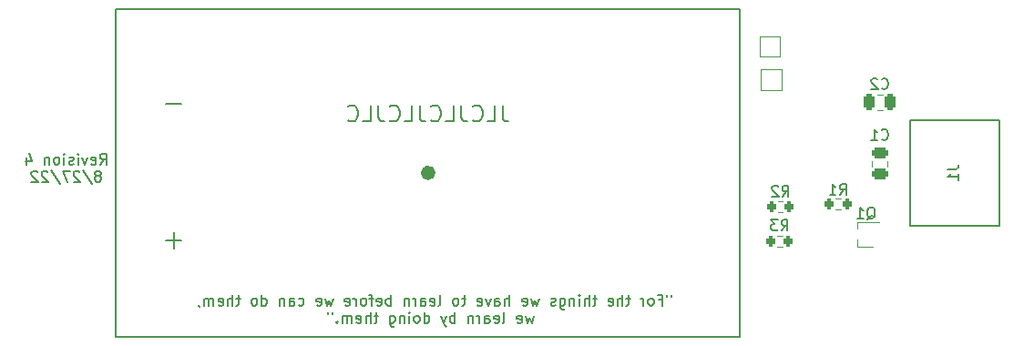
<source format=gbo>
%TF.GenerationSoftware,KiCad,Pcbnew,(6.0.2)*%
%TF.CreationDate,2022-08-27T15:51:37-07:00*%
%TF.ProjectId,TxBoard,5478426f-6172-4642-9e6b-696361645f70,5*%
%TF.SameCoordinates,Original*%
%TF.FileFunction,Legend,Bot*%
%TF.FilePolarity,Positive*%
%FSLAX46Y46*%
G04 Gerber Fmt 4.6, Leading zero omitted, Abs format (unit mm)*
G04 Created by KiCad (PCBNEW (6.0.2)) date 2022-08-27 15:51:37*
%MOMM*%
%LPD*%
G01*
G04 APERTURE LIST*
G04 Aperture macros list*
%AMRoundRect*
0 Rectangle with rounded corners*
0 $1 Rounding radius*
0 $2 $3 $4 $5 $6 $7 $8 $9 X,Y pos of 4 corners*
0 Add a 4 corners polygon primitive as box body*
4,1,4,$2,$3,$4,$5,$6,$7,$8,$9,$2,$3,0*
0 Add four circle primitives for the rounded corners*
1,1,$1+$1,$2,$3*
1,1,$1+$1,$4,$5*
1,1,$1+$1,$6,$7*
1,1,$1+$1,$8,$9*
0 Add four rect primitives between the rounded corners*
20,1,$1+$1,$2,$3,$4,$5,0*
20,1,$1+$1,$4,$5,$6,$7,0*
20,1,$1+$1,$6,$7,$8,$9,0*
20,1,$1+$1,$8,$9,$2,$3,0*%
G04 Aperture macros list end*
%ADD10C,0.160000*%
%ADD11C,0.150000*%
%ADD12C,0.120000*%
%ADD13C,0.177800*%
%ADD14C,0.695000*%
%ADD15RoundRect,0.200000X0.200000X0.275000X-0.200000X0.275000X-0.200000X-0.275000X0.200000X-0.275000X0*%
%ADD16RoundRect,0.200000X-0.200000X-0.275000X0.200000X-0.275000X0.200000X0.275000X-0.200000X0.275000X0*%
%ADD17R,0.700000X0.450000*%
%ADD18RoundRect,0.250000X0.250000X0.475000X-0.250000X0.475000X-0.250000X-0.475000X0.250000X-0.475000X0*%
%ADD19RoundRect,0.250000X0.475000X-0.250000X0.475000X0.250000X-0.475000X0.250000X-0.475000X-0.250000X0*%
%ADD20C,7.000000*%
%ADD21O,2.717800X1.501800*%
%ADD22O,1.501800X2.717800*%
%ADD23R,1.500000X1.500000*%
%ADD24C,1.755000*%
G04 APERTURE END LIST*
D10*
X148648571Y-90878571D02*
X148648571Y-91950000D01*
X148720000Y-92164285D01*
X148862857Y-92307142D01*
X149077142Y-92378571D01*
X149220000Y-92378571D01*
X147220000Y-92378571D02*
X147934285Y-92378571D01*
X147934285Y-90878571D01*
X145862857Y-92235714D02*
X145934285Y-92307142D01*
X146148571Y-92378571D01*
X146291428Y-92378571D01*
X146505714Y-92307142D01*
X146648571Y-92164285D01*
X146720000Y-92021428D01*
X146791428Y-91735714D01*
X146791428Y-91521428D01*
X146720000Y-91235714D01*
X146648571Y-91092857D01*
X146505714Y-90950000D01*
X146291428Y-90878571D01*
X146148571Y-90878571D01*
X145934285Y-90950000D01*
X145862857Y-91021428D01*
X144791428Y-90878571D02*
X144791428Y-91950000D01*
X144862857Y-92164285D01*
X145005714Y-92307142D01*
X145220000Y-92378571D01*
X145362857Y-92378571D01*
X143362857Y-92378571D02*
X144077142Y-92378571D01*
X144077142Y-90878571D01*
X142005714Y-92235714D02*
X142077142Y-92307142D01*
X142291428Y-92378571D01*
X142434285Y-92378571D01*
X142648571Y-92307142D01*
X142791428Y-92164285D01*
X142862857Y-92021428D01*
X142934285Y-91735714D01*
X142934285Y-91521428D01*
X142862857Y-91235714D01*
X142791428Y-91092857D01*
X142648571Y-90950000D01*
X142434285Y-90878571D01*
X142291428Y-90878571D01*
X142077142Y-90950000D01*
X142005714Y-91021428D01*
X140934285Y-90878571D02*
X140934285Y-91950000D01*
X141005714Y-92164285D01*
X141148571Y-92307142D01*
X141362857Y-92378571D01*
X141505714Y-92378571D01*
X139505714Y-92378571D02*
X140220000Y-92378571D01*
X140220000Y-90878571D01*
X138148571Y-92235714D02*
X138220000Y-92307142D01*
X138434285Y-92378571D01*
X138577142Y-92378571D01*
X138791428Y-92307142D01*
X138934285Y-92164285D01*
X139005714Y-92021428D01*
X139077142Y-91735714D01*
X139077142Y-91521428D01*
X139005714Y-91235714D01*
X138934285Y-91092857D01*
X138791428Y-90950000D01*
X138577142Y-90878571D01*
X138434285Y-90878571D01*
X138220000Y-90950000D01*
X138148571Y-91021428D01*
X137077142Y-90878571D02*
X137077142Y-91950000D01*
X137148571Y-92164285D01*
X137291428Y-92307142D01*
X137505714Y-92378571D01*
X137648571Y-92378571D01*
X135648571Y-92378571D02*
X136362857Y-92378571D01*
X136362857Y-90878571D01*
X134291428Y-92235714D02*
X134362857Y-92307142D01*
X134577142Y-92378571D01*
X134720000Y-92378571D01*
X134934285Y-92307142D01*
X135077142Y-92164285D01*
X135148571Y-92021428D01*
X135220000Y-91735714D01*
X135220000Y-91521428D01*
X135148571Y-91235714D01*
X135077142Y-91092857D01*
X134934285Y-90950000D01*
X134720000Y-90878571D01*
X134577142Y-90878571D01*
X134362857Y-90950000D01*
X134291428Y-91021428D01*
X111242857Y-96372380D02*
X111576190Y-95896190D01*
X111814285Y-96372380D02*
X111814285Y-95372380D01*
X111433333Y-95372380D01*
X111338095Y-95420000D01*
X111290476Y-95467619D01*
X111242857Y-95562857D01*
X111242857Y-95705714D01*
X111290476Y-95800952D01*
X111338095Y-95848571D01*
X111433333Y-95896190D01*
X111814285Y-95896190D01*
X110433333Y-96324761D02*
X110528571Y-96372380D01*
X110719047Y-96372380D01*
X110814285Y-96324761D01*
X110861904Y-96229523D01*
X110861904Y-95848571D01*
X110814285Y-95753333D01*
X110719047Y-95705714D01*
X110528571Y-95705714D01*
X110433333Y-95753333D01*
X110385714Y-95848571D01*
X110385714Y-95943809D01*
X110861904Y-96039047D01*
X110052380Y-95705714D02*
X109814285Y-96372380D01*
X109576190Y-95705714D01*
X109195238Y-96372380D02*
X109195238Y-95705714D01*
X109195238Y-95372380D02*
X109242857Y-95420000D01*
X109195238Y-95467619D01*
X109147619Y-95420000D01*
X109195238Y-95372380D01*
X109195238Y-95467619D01*
X108766666Y-96324761D02*
X108671428Y-96372380D01*
X108480952Y-96372380D01*
X108385714Y-96324761D01*
X108338095Y-96229523D01*
X108338095Y-96181904D01*
X108385714Y-96086666D01*
X108480952Y-96039047D01*
X108623809Y-96039047D01*
X108719047Y-95991428D01*
X108766666Y-95896190D01*
X108766666Y-95848571D01*
X108719047Y-95753333D01*
X108623809Y-95705714D01*
X108480952Y-95705714D01*
X108385714Y-95753333D01*
X107909523Y-96372380D02*
X107909523Y-95705714D01*
X107909523Y-95372380D02*
X107957142Y-95420000D01*
X107909523Y-95467619D01*
X107861904Y-95420000D01*
X107909523Y-95372380D01*
X107909523Y-95467619D01*
X107290476Y-96372380D02*
X107385714Y-96324761D01*
X107433333Y-96277142D01*
X107480952Y-96181904D01*
X107480952Y-95896190D01*
X107433333Y-95800952D01*
X107385714Y-95753333D01*
X107290476Y-95705714D01*
X107147619Y-95705714D01*
X107052380Y-95753333D01*
X107004761Y-95800952D01*
X106957142Y-95896190D01*
X106957142Y-96181904D01*
X107004761Y-96277142D01*
X107052380Y-96324761D01*
X107147619Y-96372380D01*
X107290476Y-96372380D01*
X106528571Y-95705714D02*
X106528571Y-96372380D01*
X106528571Y-95800952D02*
X106480952Y-95753333D01*
X106385714Y-95705714D01*
X106242857Y-95705714D01*
X106147619Y-95753333D01*
X106100000Y-95848571D01*
X106100000Y-96372380D01*
X104433333Y-95705714D02*
X104433333Y-96372380D01*
X104671428Y-95324761D02*
X104909523Y-96039047D01*
X104290476Y-96039047D01*
X111147619Y-97410952D02*
X111242857Y-97363333D01*
X111290476Y-97315714D01*
X111338095Y-97220476D01*
X111338095Y-97172857D01*
X111290476Y-97077619D01*
X111242857Y-97030000D01*
X111147619Y-96982380D01*
X110957142Y-96982380D01*
X110861904Y-97030000D01*
X110814285Y-97077619D01*
X110766666Y-97172857D01*
X110766666Y-97220476D01*
X110814285Y-97315714D01*
X110861904Y-97363333D01*
X110957142Y-97410952D01*
X111147619Y-97410952D01*
X111242857Y-97458571D01*
X111290476Y-97506190D01*
X111338095Y-97601428D01*
X111338095Y-97791904D01*
X111290476Y-97887142D01*
X111242857Y-97934761D01*
X111147619Y-97982380D01*
X110957142Y-97982380D01*
X110861904Y-97934761D01*
X110814285Y-97887142D01*
X110766666Y-97791904D01*
X110766666Y-97601428D01*
X110814285Y-97506190D01*
X110861904Y-97458571D01*
X110957142Y-97410952D01*
X109623809Y-96934761D02*
X110480952Y-98220476D01*
X109338095Y-97077619D02*
X109290476Y-97030000D01*
X109195238Y-96982380D01*
X108957142Y-96982380D01*
X108861904Y-97030000D01*
X108814285Y-97077619D01*
X108766666Y-97172857D01*
X108766666Y-97268095D01*
X108814285Y-97410952D01*
X109385714Y-97982380D01*
X108766666Y-97982380D01*
X108433333Y-96982380D02*
X107766666Y-96982380D01*
X108195238Y-97982380D01*
X106671428Y-96934761D02*
X107528571Y-98220476D01*
X106385714Y-97077619D02*
X106338095Y-97030000D01*
X106242857Y-96982380D01*
X106004761Y-96982380D01*
X105909523Y-97030000D01*
X105861904Y-97077619D01*
X105814285Y-97172857D01*
X105814285Y-97268095D01*
X105861904Y-97410952D01*
X106433333Y-97982380D01*
X105814285Y-97982380D01*
X105433333Y-97077619D02*
X105385714Y-97030000D01*
X105290476Y-96982380D01*
X105052380Y-96982380D01*
X104957142Y-97030000D01*
X104909523Y-97077619D01*
X104861904Y-97172857D01*
X104861904Y-97268095D01*
X104909523Y-97410952D01*
X105480952Y-97982380D01*
X104861904Y-97982380D01*
X164319380Y-108502380D02*
X164319380Y-108692857D01*
X163938428Y-108502380D02*
X163938428Y-108692857D01*
X163176523Y-108978571D02*
X163509857Y-108978571D01*
X163509857Y-109502380D02*
X163509857Y-108502380D01*
X163033666Y-108502380D01*
X162509857Y-109502380D02*
X162605095Y-109454761D01*
X162652714Y-109407142D01*
X162700333Y-109311904D01*
X162700333Y-109026190D01*
X162652714Y-108930952D01*
X162605095Y-108883333D01*
X162509857Y-108835714D01*
X162367000Y-108835714D01*
X162271761Y-108883333D01*
X162224142Y-108930952D01*
X162176523Y-109026190D01*
X162176523Y-109311904D01*
X162224142Y-109407142D01*
X162271761Y-109454761D01*
X162367000Y-109502380D01*
X162509857Y-109502380D01*
X161747952Y-109502380D02*
X161747952Y-108835714D01*
X161747952Y-109026190D02*
X161700333Y-108930952D01*
X161652714Y-108883333D01*
X161557476Y-108835714D01*
X161462238Y-108835714D01*
X160509857Y-108835714D02*
X160128904Y-108835714D01*
X160367000Y-108502380D02*
X160367000Y-109359523D01*
X160319380Y-109454761D01*
X160224142Y-109502380D01*
X160128904Y-109502380D01*
X159795571Y-109502380D02*
X159795571Y-108502380D01*
X159367000Y-109502380D02*
X159367000Y-108978571D01*
X159414619Y-108883333D01*
X159509857Y-108835714D01*
X159652714Y-108835714D01*
X159747952Y-108883333D01*
X159795571Y-108930952D01*
X158509857Y-109454761D02*
X158605095Y-109502380D01*
X158795571Y-109502380D01*
X158890809Y-109454761D01*
X158938428Y-109359523D01*
X158938428Y-108978571D01*
X158890809Y-108883333D01*
X158795571Y-108835714D01*
X158605095Y-108835714D01*
X158509857Y-108883333D01*
X158462238Y-108978571D01*
X158462238Y-109073809D01*
X158938428Y-109169047D01*
X157414619Y-108835714D02*
X157033666Y-108835714D01*
X157271761Y-108502380D02*
X157271761Y-109359523D01*
X157224142Y-109454761D01*
X157128904Y-109502380D01*
X157033666Y-109502380D01*
X156700333Y-109502380D02*
X156700333Y-108502380D01*
X156271761Y-109502380D02*
X156271761Y-108978571D01*
X156319380Y-108883333D01*
X156414619Y-108835714D01*
X156557476Y-108835714D01*
X156652714Y-108883333D01*
X156700333Y-108930952D01*
X155795571Y-109502380D02*
X155795571Y-108835714D01*
X155795571Y-108502380D02*
X155843190Y-108550000D01*
X155795571Y-108597619D01*
X155747952Y-108550000D01*
X155795571Y-108502380D01*
X155795571Y-108597619D01*
X155319380Y-108835714D02*
X155319380Y-109502380D01*
X155319380Y-108930952D02*
X155271761Y-108883333D01*
X155176523Y-108835714D01*
X155033666Y-108835714D01*
X154938428Y-108883333D01*
X154890809Y-108978571D01*
X154890809Y-109502380D01*
X153986047Y-108835714D02*
X153986047Y-109645238D01*
X154033666Y-109740476D01*
X154081285Y-109788095D01*
X154176523Y-109835714D01*
X154319380Y-109835714D01*
X154414619Y-109788095D01*
X153986047Y-109454761D02*
X154081285Y-109502380D01*
X154271761Y-109502380D01*
X154367000Y-109454761D01*
X154414619Y-109407142D01*
X154462238Y-109311904D01*
X154462238Y-109026190D01*
X154414619Y-108930952D01*
X154367000Y-108883333D01*
X154271761Y-108835714D01*
X154081285Y-108835714D01*
X153986047Y-108883333D01*
X153557476Y-109454761D02*
X153462238Y-109502380D01*
X153271761Y-109502380D01*
X153176523Y-109454761D01*
X153128904Y-109359523D01*
X153128904Y-109311904D01*
X153176523Y-109216666D01*
X153271761Y-109169047D01*
X153414619Y-109169047D01*
X153509857Y-109121428D01*
X153557476Y-109026190D01*
X153557476Y-108978571D01*
X153509857Y-108883333D01*
X153414619Y-108835714D01*
X153271761Y-108835714D01*
X153176523Y-108883333D01*
X152033666Y-108835714D02*
X151843190Y-109502380D01*
X151652714Y-109026190D01*
X151462238Y-109502380D01*
X151271761Y-108835714D01*
X150509857Y-109454761D02*
X150605095Y-109502380D01*
X150795571Y-109502380D01*
X150890809Y-109454761D01*
X150938428Y-109359523D01*
X150938428Y-108978571D01*
X150890809Y-108883333D01*
X150795571Y-108835714D01*
X150605095Y-108835714D01*
X150509857Y-108883333D01*
X150462238Y-108978571D01*
X150462238Y-109073809D01*
X150938428Y-109169047D01*
X149271761Y-109502380D02*
X149271761Y-108502380D01*
X148843190Y-109502380D02*
X148843190Y-108978571D01*
X148890809Y-108883333D01*
X148986047Y-108835714D01*
X149128904Y-108835714D01*
X149224142Y-108883333D01*
X149271761Y-108930952D01*
X147938428Y-109502380D02*
X147938428Y-108978571D01*
X147986047Y-108883333D01*
X148081285Y-108835714D01*
X148271761Y-108835714D01*
X148367000Y-108883333D01*
X147938428Y-109454761D02*
X148033666Y-109502380D01*
X148271761Y-109502380D01*
X148367000Y-109454761D01*
X148414619Y-109359523D01*
X148414619Y-109264285D01*
X148367000Y-109169047D01*
X148271761Y-109121428D01*
X148033666Y-109121428D01*
X147938428Y-109073809D01*
X147557476Y-108835714D02*
X147319380Y-109502380D01*
X147081285Y-108835714D01*
X146319380Y-109454761D02*
X146414619Y-109502380D01*
X146605095Y-109502380D01*
X146700333Y-109454761D01*
X146747952Y-109359523D01*
X146747952Y-108978571D01*
X146700333Y-108883333D01*
X146605095Y-108835714D01*
X146414619Y-108835714D01*
X146319380Y-108883333D01*
X146271761Y-108978571D01*
X146271761Y-109073809D01*
X146747952Y-109169047D01*
X145224142Y-108835714D02*
X144843190Y-108835714D01*
X145081285Y-108502380D02*
X145081285Y-109359523D01*
X145033666Y-109454761D01*
X144938428Y-109502380D01*
X144843190Y-109502380D01*
X144367000Y-109502380D02*
X144462238Y-109454761D01*
X144509857Y-109407142D01*
X144557476Y-109311904D01*
X144557476Y-109026190D01*
X144509857Y-108930952D01*
X144462238Y-108883333D01*
X144367000Y-108835714D01*
X144224142Y-108835714D01*
X144128904Y-108883333D01*
X144081285Y-108930952D01*
X144033666Y-109026190D01*
X144033666Y-109311904D01*
X144081285Y-109407142D01*
X144128904Y-109454761D01*
X144224142Y-109502380D01*
X144367000Y-109502380D01*
X142700333Y-109502380D02*
X142795571Y-109454761D01*
X142843190Y-109359523D01*
X142843190Y-108502380D01*
X141938428Y-109454761D02*
X142033666Y-109502380D01*
X142224142Y-109502380D01*
X142319380Y-109454761D01*
X142367000Y-109359523D01*
X142367000Y-108978571D01*
X142319380Y-108883333D01*
X142224142Y-108835714D01*
X142033666Y-108835714D01*
X141938428Y-108883333D01*
X141890809Y-108978571D01*
X141890809Y-109073809D01*
X142367000Y-109169047D01*
X141033666Y-109502380D02*
X141033666Y-108978571D01*
X141081285Y-108883333D01*
X141176523Y-108835714D01*
X141367000Y-108835714D01*
X141462238Y-108883333D01*
X141033666Y-109454761D02*
X141128904Y-109502380D01*
X141367000Y-109502380D01*
X141462238Y-109454761D01*
X141509857Y-109359523D01*
X141509857Y-109264285D01*
X141462238Y-109169047D01*
X141367000Y-109121428D01*
X141128904Y-109121428D01*
X141033666Y-109073809D01*
X140557476Y-109502380D02*
X140557476Y-108835714D01*
X140557476Y-109026190D02*
X140509857Y-108930952D01*
X140462238Y-108883333D01*
X140367000Y-108835714D01*
X140271761Y-108835714D01*
X139938428Y-108835714D02*
X139938428Y-109502380D01*
X139938428Y-108930952D02*
X139890809Y-108883333D01*
X139795571Y-108835714D01*
X139652714Y-108835714D01*
X139557476Y-108883333D01*
X139509857Y-108978571D01*
X139509857Y-109502380D01*
X138271761Y-109502380D02*
X138271761Y-108502380D01*
X138271761Y-108883333D02*
X138176523Y-108835714D01*
X137986047Y-108835714D01*
X137890809Y-108883333D01*
X137843190Y-108930952D01*
X137795571Y-109026190D01*
X137795571Y-109311904D01*
X137843190Y-109407142D01*
X137890809Y-109454761D01*
X137986047Y-109502380D01*
X138176523Y-109502380D01*
X138271761Y-109454761D01*
X136986047Y-109454761D02*
X137081285Y-109502380D01*
X137271761Y-109502380D01*
X137367000Y-109454761D01*
X137414619Y-109359523D01*
X137414619Y-108978571D01*
X137367000Y-108883333D01*
X137271761Y-108835714D01*
X137081285Y-108835714D01*
X136986047Y-108883333D01*
X136938428Y-108978571D01*
X136938428Y-109073809D01*
X137414619Y-109169047D01*
X136652714Y-108835714D02*
X136271761Y-108835714D01*
X136509857Y-109502380D02*
X136509857Y-108645238D01*
X136462238Y-108550000D01*
X136367000Y-108502380D01*
X136271761Y-108502380D01*
X135795571Y-109502380D02*
X135890809Y-109454761D01*
X135938428Y-109407142D01*
X135986047Y-109311904D01*
X135986047Y-109026190D01*
X135938428Y-108930952D01*
X135890809Y-108883333D01*
X135795571Y-108835714D01*
X135652714Y-108835714D01*
X135557476Y-108883333D01*
X135509857Y-108930952D01*
X135462238Y-109026190D01*
X135462238Y-109311904D01*
X135509857Y-109407142D01*
X135557476Y-109454761D01*
X135652714Y-109502380D01*
X135795571Y-109502380D01*
X135033666Y-109502380D02*
X135033666Y-108835714D01*
X135033666Y-109026190D02*
X134986047Y-108930952D01*
X134938428Y-108883333D01*
X134843190Y-108835714D01*
X134747952Y-108835714D01*
X134033666Y-109454761D02*
X134128904Y-109502380D01*
X134319380Y-109502380D01*
X134414619Y-109454761D01*
X134462238Y-109359523D01*
X134462238Y-108978571D01*
X134414619Y-108883333D01*
X134319380Y-108835714D01*
X134128904Y-108835714D01*
X134033666Y-108883333D01*
X133986047Y-108978571D01*
X133986047Y-109073809D01*
X134462238Y-109169047D01*
X132890809Y-108835714D02*
X132700333Y-109502380D01*
X132509857Y-109026190D01*
X132319380Y-109502380D01*
X132128904Y-108835714D01*
X131367000Y-109454761D02*
X131462238Y-109502380D01*
X131652714Y-109502380D01*
X131747952Y-109454761D01*
X131795571Y-109359523D01*
X131795571Y-108978571D01*
X131747952Y-108883333D01*
X131652714Y-108835714D01*
X131462238Y-108835714D01*
X131367000Y-108883333D01*
X131319380Y-108978571D01*
X131319380Y-109073809D01*
X131795571Y-109169047D01*
X129700333Y-109454761D02*
X129795571Y-109502380D01*
X129986047Y-109502380D01*
X130081285Y-109454761D01*
X130128904Y-109407142D01*
X130176523Y-109311904D01*
X130176523Y-109026190D01*
X130128904Y-108930952D01*
X130081285Y-108883333D01*
X129986047Y-108835714D01*
X129795571Y-108835714D01*
X129700333Y-108883333D01*
X128843190Y-109502380D02*
X128843190Y-108978571D01*
X128890809Y-108883333D01*
X128986047Y-108835714D01*
X129176523Y-108835714D01*
X129271761Y-108883333D01*
X128843190Y-109454761D02*
X128938428Y-109502380D01*
X129176523Y-109502380D01*
X129271761Y-109454761D01*
X129319380Y-109359523D01*
X129319380Y-109264285D01*
X129271761Y-109169047D01*
X129176523Y-109121428D01*
X128938428Y-109121428D01*
X128843190Y-109073809D01*
X128367000Y-108835714D02*
X128367000Y-109502380D01*
X128367000Y-108930952D02*
X128319380Y-108883333D01*
X128224142Y-108835714D01*
X128081285Y-108835714D01*
X127986047Y-108883333D01*
X127938428Y-108978571D01*
X127938428Y-109502380D01*
X126271761Y-109502380D02*
X126271761Y-108502380D01*
X126271761Y-109454761D02*
X126367000Y-109502380D01*
X126557476Y-109502380D01*
X126652714Y-109454761D01*
X126700333Y-109407142D01*
X126747952Y-109311904D01*
X126747952Y-109026190D01*
X126700333Y-108930952D01*
X126652714Y-108883333D01*
X126557476Y-108835714D01*
X126367000Y-108835714D01*
X126271761Y-108883333D01*
X125652714Y-109502380D02*
X125747952Y-109454761D01*
X125795571Y-109407142D01*
X125843190Y-109311904D01*
X125843190Y-109026190D01*
X125795571Y-108930952D01*
X125747952Y-108883333D01*
X125652714Y-108835714D01*
X125509857Y-108835714D01*
X125414619Y-108883333D01*
X125367000Y-108930952D01*
X125319380Y-109026190D01*
X125319380Y-109311904D01*
X125367000Y-109407142D01*
X125414619Y-109454761D01*
X125509857Y-109502380D01*
X125652714Y-109502380D01*
X124271761Y-108835714D02*
X123890809Y-108835714D01*
X124128904Y-108502380D02*
X124128904Y-109359523D01*
X124081285Y-109454761D01*
X123986047Y-109502380D01*
X123890809Y-109502380D01*
X123557476Y-109502380D02*
X123557476Y-108502380D01*
X123128904Y-109502380D02*
X123128904Y-108978571D01*
X123176523Y-108883333D01*
X123271761Y-108835714D01*
X123414619Y-108835714D01*
X123509857Y-108883333D01*
X123557476Y-108930952D01*
X122271761Y-109454761D02*
X122367000Y-109502380D01*
X122557476Y-109502380D01*
X122652714Y-109454761D01*
X122700333Y-109359523D01*
X122700333Y-108978571D01*
X122652714Y-108883333D01*
X122557476Y-108835714D01*
X122367000Y-108835714D01*
X122271761Y-108883333D01*
X122224142Y-108978571D01*
X122224142Y-109073809D01*
X122700333Y-109169047D01*
X121795571Y-109502380D02*
X121795571Y-108835714D01*
X121795571Y-108930952D02*
X121747952Y-108883333D01*
X121652714Y-108835714D01*
X121509857Y-108835714D01*
X121414619Y-108883333D01*
X121367000Y-108978571D01*
X121367000Y-109502380D01*
X121367000Y-108978571D02*
X121319380Y-108883333D01*
X121224142Y-108835714D01*
X121081285Y-108835714D01*
X120986047Y-108883333D01*
X120938428Y-108978571D01*
X120938428Y-109502380D01*
X120414619Y-109454761D02*
X120414619Y-109502380D01*
X120462238Y-109597619D01*
X120509857Y-109645238D01*
X151557476Y-110445714D02*
X151367000Y-111112380D01*
X151176523Y-110636190D01*
X150986047Y-111112380D01*
X150795571Y-110445714D01*
X150033666Y-111064761D02*
X150128904Y-111112380D01*
X150319380Y-111112380D01*
X150414619Y-111064761D01*
X150462238Y-110969523D01*
X150462238Y-110588571D01*
X150414619Y-110493333D01*
X150319380Y-110445714D01*
X150128904Y-110445714D01*
X150033666Y-110493333D01*
X149986047Y-110588571D01*
X149986047Y-110683809D01*
X150462238Y-110779047D01*
X148652714Y-111112380D02*
X148747952Y-111064761D01*
X148795571Y-110969523D01*
X148795571Y-110112380D01*
X147890809Y-111064761D02*
X147986047Y-111112380D01*
X148176523Y-111112380D01*
X148271761Y-111064761D01*
X148319380Y-110969523D01*
X148319380Y-110588571D01*
X148271761Y-110493333D01*
X148176523Y-110445714D01*
X147986047Y-110445714D01*
X147890809Y-110493333D01*
X147843190Y-110588571D01*
X147843190Y-110683809D01*
X148319380Y-110779047D01*
X146986047Y-111112380D02*
X146986047Y-110588571D01*
X147033666Y-110493333D01*
X147128904Y-110445714D01*
X147319380Y-110445714D01*
X147414619Y-110493333D01*
X146986047Y-111064761D02*
X147081285Y-111112380D01*
X147319380Y-111112380D01*
X147414619Y-111064761D01*
X147462238Y-110969523D01*
X147462238Y-110874285D01*
X147414619Y-110779047D01*
X147319380Y-110731428D01*
X147081285Y-110731428D01*
X146986047Y-110683809D01*
X146509857Y-111112380D02*
X146509857Y-110445714D01*
X146509857Y-110636190D02*
X146462238Y-110540952D01*
X146414619Y-110493333D01*
X146319380Y-110445714D01*
X146224142Y-110445714D01*
X145890809Y-110445714D02*
X145890809Y-111112380D01*
X145890809Y-110540952D02*
X145843190Y-110493333D01*
X145747952Y-110445714D01*
X145605095Y-110445714D01*
X145509857Y-110493333D01*
X145462238Y-110588571D01*
X145462238Y-111112380D01*
X144224142Y-111112380D02*
X144224142Y-110112380D01*
X144224142Y-110493333D02*
X144128904Y-110445714D01*
X143938428Y-110445714D01*
X143843190Y-110493333D01*
X143795571Y-110540952D01*
X143747952Y-110636190D01*
X143747952Y-110921904D01*
X143795571Y-111017142D01*
X143843190Y-111064761D01*
X143938428Y-111112380D01*
X144128904Y-111112380D01*
X144224142Y-111064761D01*
X143414619Y-110445714D02*
X143176523Y-111112380D01*
X142938428Y-110445714D02*
X143176523Y-111112380D01*
X143271761Y-111350476D01*
X143319380Y-111398095D01*
X143414619Y-111445714D01*
X141367000Y-111112380D02*
X141367000Y-110112380D01*
X141367000Y-111064761D02*
X141462238Y-111112380D01*
X141652714Y-111112380D01*
X141747952Y-111064761D01*
X141795571Y-111017142D01*
X141843190Y-110921904D01*
X141843190Y-110636190D01*
X141795571Y-110540952D01*
X141747952Y-110493333D01*
X141652714Y-110445714D01*
X141462238Y-110445714D01*
X141367000Y-110493333D01*
X140747952Y-111112380D02*
X140843190Y-111064761D01*
X140890809Y-111017142D01*
X140938428Y-110921904D01*
X140938428Y-110636190D01*
X140890809Y-110540952D01*
X140843190Y-110493333D01*
X140747952Y-110445714D01*
X140605095Y-110445714D01*
X140509857Y-110493333D01*
X140462238Y-110540952D01*
X140414619Y-110636190D01*
X140414619Y-110921904D01*
X140462238Y-111017142D01*
X140509857Y-111064761D01*
X140605095Y-111112380D01*
X140747952Y-111112380D01*
X139986047Y-111112380D02*
X139986047Y-110445714D01*
X139986047Y-110112380D02*
X140033666Y-110160000D01*
X139986047Y-110207619D01*
X139938428Y-110160000D01*
X139986047Y-110112380D01*
X139986047Y-110207619D01*
X139509857Y-110445714D02*
X139509857Y-111112380D01*
X139509857Y-110540952D02*
X139462238Y-110493333D01*
X139367000Y-110445714D01*
X139224142Y-110445714D01*
X139128904Y-110493333D01*
X139081285Y-110588571D01*
X139081285Y-111112380D01*
X138176523Y-110445714D02*
X138176523Y-111255238D01*
X138224142Y-111350476D01*
X138271761Y-111398095D01*
X138367000Y-111445714D01*
X138509857Y-111445714D01*
X138605095Y-111398095D01*
X138176523Y-111064761D02*
X138271761Y-111112380D01*
X138462238Y-111112380D01*
X138557476Y-111064761D01*
X138605095Y-111017142D01*
X138652714Y-110921904D01*
X138652714Y-110636190D01*
X138605095Y-110540952D01*
X138557476Y-110493333D01*
X138462238Y-110445714D01*
X138271761Y-110445714D01*
X138176523Y-110493333D01*
X137081285Y-110445714D02*
X136700333Y-110445714D01*
X136938428Y-110112380D02*
X136938428Y-110969523D01*
X136890809Y-111064761D01*
X136795571Y-111112380D01*
X136700333Y-111112380D01*
X136367000Y-111112380D02*
X136367000Y-110112380D01*
X135938428Y-111112380D02*
X135938428Y-110588571D01*
X135986047Y-110493333D01*
X136081285Y-110445714D01*
X136224142Y-110445714D01*
X136319380Y-110493333D01*
X136367000Y-110540952D01*
X135081285Y-111064761D02*
X135176523Y-111112380D01*
X135367000Y-111112380D01*
X135462238Y-111064761D01*
X135509857Y-110969523D01*
X135509857Y-110588571D01*
X135462238Y-110493333D01*
X135367000Y-110445714D01*
X135176523Y-110445714D01*
X135081285Y-110493333D01*
X135033666Y-110588571D01*
X135033666Y-110683809D01*
X135509857Y-110779047D01*
X134605095Y-111112380D02*
X134605095Y-110445714D01*
X134605095Y-110540952D02*
X134557476Y-110493333D01*
X134462238Y-110445714D01*
X134319380Y-110445714D01*
X134224142Y-110493333D01*
X134176523Y-110588571D01*
X134176523Y-111112380D01*
X134176523Y-110588571D02*
X134128904Y-110493333D01*
X134033666Y-110445714D01*
X133890809Y-110445714D01*
X133795571Y-110493333D01*
X133747952Y-110588571D01*
X133747952Y-111112380D01*
X133271761Y-111017142D02*
X133224142Y-111064761D01*
X133271761Y-111112380D01*
X133319380Y-111064761D01*
X133271761Y-111017142D01*
X133271761Y-111112380D01*
X132843190Y-110112380D02*
X132843190Y-110302857D01*
X132462238Y-110112380D02*
X132462238Y-110302857D01*
D11*
X174561166Y-102527380D02*
X174894500Y-102051190D01*
X175132595Y-102527380D02*
X175132595Y-101527380D01*
X174751642Y-101527380D01*
X174656404Y-101575000D01*
X174608785Y-101622619D01*
X174561166Y-101717857D01*
X174561166Y-101860714D01*
X174608785Y-101955952D01*
X174656404Y-102003571D01*
X174751642Y-102051190D01*
X175132595Y-102051190D01*
X174227833Y-101527380D02*
X173608785Y-101527380D01*
X173942119Y-101908333D01*
X173799261Y-101908333D01*
X173704023Y-101955952D01*
X173656404Y-102003571D01*
X173608785Y-102098809D01*
X173608785Y-102336904D01*
X173656404Y-102432142D01*
X173704023Y-102479761D01*
X173799261Y-102527380D01*
X174084976Y-102527380D01*
X174180214Y-102479761D01*
X174227833Y-102432142D01*
X174641166Y-99352380D02*
X174974500Y-98876190D01*
X175212595Y-99352380D02*
X175212595Y-98352380D01*
X174831642Y-98352380D01*
X174736404Y-98400000D01*
X174688785Y-98447619D01*
X174641166Y-98542857D01*
X174641166Y-98685714D01*
X174688785Y-98780952D01*
X174736404Y-98828571D01*
X174831642Y-98876190D01*
X175212595Y-98876190D01*
X174260214Y-98447619D02*
X174212595Y-98400000D01*
X174117357Y-98352380D01*
X173879261Y-98352380D01*
X173784023Y-98400000D01*
X173736404Y-98447619D01*
X173688785Y-98542857D01*
X173688785Y-98638095D01*
X173736404Y-98780952D01*
X174307833Y-99352380D01*
X173688785Y-99352380D01*
X179996666Y-99202380D02*
X180330000Y-98726190D01*
X180568095Y-99202380D02*
X180568095Y-98202380D01*
X180187142Y-98202380D01*
X180091904Y-98250000D01*
X180044285Y-98297619D01*
X179996666Y-98392857D01*
X179996666Y-98535714D01*
X180044285Y-98630952D01*
X180091904Y-98678571D01*
X180187142Y-98726190D01*
X180568095Y-98726190D01*
X179044285Y-99202380D02*
X179615714Y-99202380D01*
X179330000Y-99202380D02*
X179330000Y-98202380D01*
X179425238Y-98345238D01*
X179520476Y-98440476D01*
X179615714Y-98488095D01*
X182517238Y-101467619D02*
X182612476Y-101420000D01*
X182707714Y-101324761D01*
X182850571Y-101181904D01*
X182945809Y-101134285D01*
X183041047Y-101134285D01*
X182993428Y-101372380D02*
X183088666Y-101324761D01*
X183183904Y-101229523D01*
X183231523Y-101039047D01*
X183231523Y-100705714D01*
X183183904Y-100515238D01*
X183088666Y-100420000D01*
X182993428Y-100372380D01*
X182802952Y-100372380D01*
X182707714Y-100420000D01*
X182612476Y-100515238D01*
X182564857Y-100705714D01*
X182564857Y-101039047D01*
X182612476Y-101229523D01*
X182707714Y-101324761D01*
X182802952Y-101372380D01*
X182993428Y-101372380D01*
X181612476Y-101372380D02*
X182183904Y-101372380D01*
X181898190Y-101372380D02*
X181898190Y-100372380D01*
X181993428Y-100515238D01*
X182088666Y-100610476D01*
X182183904Y-100658095D01*
X183866666Y-89277142D02*
X183914285Y-89324761D01*
X184057142Y-89372380D01*
X184152380Y-89372380D01*
X184295238Y-89324761D01*
X184390476Y-89229523D01*
X184438095Y-89134285D01*
X184485714Y-88943809D01*
X184485714Y-88800952D01*
X184438095Y-88610476D01*
X184390476Y-88515238D01*
X184295238Y-88420000D01*
X184152380Y-88372380D01*
X184057142Y-88372380D01*
X183914285Y-88420000D01*
X183866666Y-88467619D01*
X183485714Y-88467619D02*
X183438095Y-88420000D01*
X183342857Y-88372380D01*
X183104761Y-88372380D01*
X183009523Y-88420000D01*
X182961904Y-88467619D01*
X182914285Y-88562857D01*
X182914285Y-88658095D01*
X182961904Y-88800952D01*
X183533333Y-89372380D01*
X182914285Y-89372380D01*
X183876666Y-94007142D02*
X183924285Y-94054761D01*
X184067142Y-94102380D01*
X184162380Y-94102380D01*
X184305238Y-94054761D01*
X184400476Y-93959523D01*
X184448095Y-93864285D01*
X184495714Y-93673809D01*
X184495714Y-93530952D01*
X184448095Y-93340476D01*
X184400476Y-93245238D01*
X184305238Y-93150000D01*
X184162380Y-93102380D01*
X184067142Y-93102380D01*
X183924285Y-93150000D01*
X183876666Y-93197619D01*
X182924285Y-94102380D02*
X183495714Y-94102380D01*
X183210000Y-94102380D02*
X183210000Y-93102380D01*
X183305238Y-93245238D01*
X183400476Y-93340476D01*
X183495714Y-93388095D01*
X190020380Y-96821666D02*
X190734666Y-96821666D01*
X190877523Y-96774047D01*
X190972761Y-96678809D01*
X191020380Y-96535952D01*
X191020380Y-96440714D01*
X191020380Y-97821666D02*
X191020380Y-97250238D01*
X191020380Y-97535952D02*
X190020380Y-97535952D01*
X190163238Y-97440714D01*
X190258476Y-97345476D01*
X190306095Y-97250238D01*
D12*
X174631758Y-104027500D02*
X174157242Y-104027500D01*
X174631758Y-102982500D02*
X174157242Y-102982500D01*
X174711758Y-100852500D02*
X174237242Y-100852500D01*
X174711758Y-99807500D02*
X174237242Y-99807500D01*
X179594742Y-99553500D02*
X180069258Y-99553500D01*
X179594742Y-100598500D02*
X180069258Y-100598500D01*
X181642000Y-101710000D02*
X181642000Y-102370000D01*
X183052000Y-104030000D02*
X181642000Y-104030000D01*
X181642000Y-103370000D02*
X181642000Y-104030000D01*
X181642000Y-101710000D02*
X183672000Y-101710000D01*
X183961252Y-91335000D02*
X183438748Y-91335000D01*
X183961252Y-89865000D02*
X183438748Y-89865000D01*
X182965000Y-96561252D02*
X182965000Y-96038748D01*
X184435000Y-96561252D02*
X184435000Y-96038748D01*
D13*
X194800000Y-102055000D02*
X186500000Y-102055000D01*
X186500000Y-102055000D02*
X186500000Y-92255000D01*
X186500000Y-92255000D02*
X194800000Y-92255000D01*
X194800000Y-92255000D02*
X194800000Y-102055000D01*
D12*
X174550000Y-89450000D02*
X174550000Y-87550000D01*
X172650000Y-89450000D02*
X174550000Y-89450000D01*
X174550000Y-87550000D02*
X172650000Y-87550000D01*
X172650000Y-87550000D02*
X172650000Y-89450000D01*
D13*
X117332000Y-103445000D02*
X118832000Y-103445000D01*
X118082000Y-102695000D02*
X118082000Y-104195000D01*
X170732000Y-112405000D02*
X170732000Y-81905000D01*
X112732000Y-112405000D02*
X170732000Y-112405000D01*
X117332000Y-90745000D02*
X118832000Y-90745000D01*
X112732000Y-81905000D02*
X112732000Y-112405000D01*
X170732000Y-81905000D02*
X112732000Y-81905000D01*
D14*
X142079500Y-97155000D02*
G75*
G03*
X142079500Y-97155000I-347500J0D01*
G01*
D12*
X174450000Y-84450000D02*
X172550000Y-84450000D01*
X172550000Y-84450000D02*
X172550000Y-86350000D01*
X174450000Y-86350000D02*
X174450000Y-84450000D01*
X172550000Y-86350000D02*
X174450000Y-86350000D01*
%LPC*%
D15*
X175219500Y-103505000D03*
X173569500Y-103505000D03*
X175299500Y-100330000D03*
X173649500Y-100330000D03*
D16*
X179007000Y-100076000D03*
X180657000Y-100076000D03*
D17*
X183372000Y-102220000D03*
X183372000Y-103520000D03*
X181372000Y-102870000D03*
D18*
X184650000Y-90600000D03*
X182750000Y-90600000D03*
D19*
X183700000Y-97250000D03*
X183700000Y-95350000D03*
D20*
X108077000Y-86360000D03*
X189200000Y-86360000D03*
X189300000Y-107950000D03*
X108077000Y-107950000D03*
D21*
X188099999Y-97155000D03*
D22*
X192600000Y-97155000D03*
D23*
X173600000Y-88500000D03*
D24*
X115572000Y-103795000D03*
X115572000Y-90205000D03*
D23*
X173500000Y-85400000D03*
M02*

</source>
